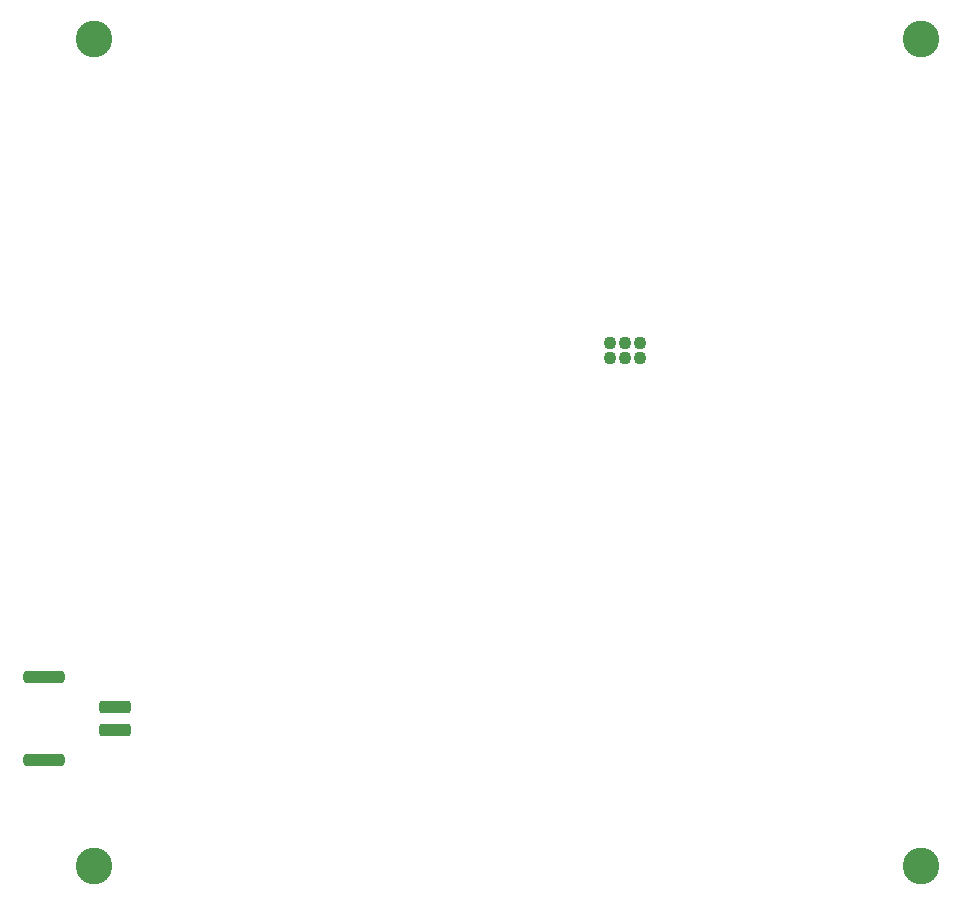
<source format=gbs>
G04*
G04 #@! TF.GenerationSoftware,Altium Limited,Altium Designer,24.1.2 (44)*
G04*
G04 Layer_Color=16776960*
%FSLAX44Y44*%
%MOMM*%
G71*
G04*
G04 #@! TF.SameCoordinates,FE26E67B-5050-4272-8A49-2CD2017C274B*
G04*
G04*
G04 #@! TF.FilePolarity,Negative*
G04*
G01*
G75*
%ADD14C,1.1000*%
%ADD31C,3.1000*%
G04:AMPARAMS|DCode=59|XSize=2.7mm|YSize=1.1mm|CornerRadius=0.3mm|HoleSize=0mm|Usage=FLASHONLY|Rotation=180.000|XOffset=0mm|YOffset=0mm|HoleType=Round|Shape=RoundedRectangle|*
%AMROUNDEDRECTD59*
21,1,2.7000,0.5000,0,0,180.0*
21,1,2.1000,1.1000,0,0,180.0*
1,1,0.6000,-1.0500,0.2500*
1,1,0.6000,1.0500,0.2500*
1,1,0.6000,1.0500,-0.2500*
1,1,0.6000,-1.0500,-0.2500*
%
%ADD59ROUNDEDRECTD59*%
G04:AMPARAMS|DCode=60|XSize=3.5mm|YSize=1mm|CornerRadius=0.275mm|HoleSize=0mm|Usage=FLASHONLY|Rotation=180.000|XOffset=0mm|YOffset=0mm|HoleType=Round|Shape=RoundedRectangle|*
%AMROUNDEDRECTD60*
21,1,3.5000,0.4500,0,0,180.0*
21,1,2.9500,1.0000,0,0,180.0*
1,1,0.5500,-1.4750,0.2250*
1,1,0.5500,1.4750,0.2250*
1,1,0.5500,1.4750,-0.2250*
1,1,0.5500,-1.4750,-0.2250*
%
%ADD60ROUNDEDRECTD60*%
D14*
X600000Y580000D02*
D03*
X587300D02*
D03*
X600000Y592700D02*
D03*
X587300D02*
D03*
X612700D02*
D03*
Y580000D02*
D03*
D31*
X150000Y850000D02*
D03*
X850000D02*
D03*
Y150000D02*
D03*
X150000D02*
D03*
D59*
X167500Y285000D02*
D03*
Y265000D02*
D03*
D60*
X107500Y310000D02*
D03*
Y240000D02*
D03*
M02*

</source>
